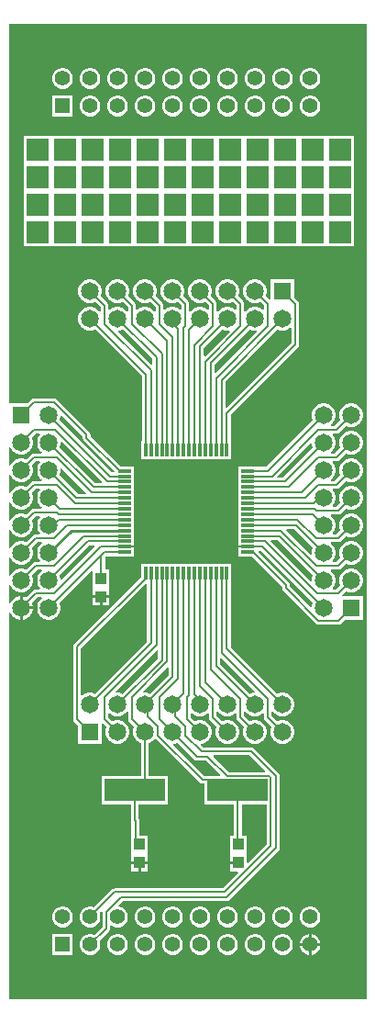
<source format=gbr>
%TF.GenerationSoftware,Altium Limited,Altium Designer,23.4.1 (23)*%
G04 Layer_Physical_Order=1*
G04 Layer_Color=255*
%FSLAX45Y45*%
%MOMM*%
%TF.SameCoordinates,FC7CEE8C-9C91-443A-B6C4-03D5C87B0654*%
%TF.FilePolarity,Positive*%
%TF.FileFunction,Copper,L1,Top,Signal*%
%TF.Part,Single*%
G01*
G75*
%TA.AperFunction,SMDPad,CuDef*%
%ADD10R,1.20000X0.30000*%
%ADD11R,0.30000X1.20000*%
%ADD12R,1.00000X1.10000*%
%ADD13R,5.60000X2.10000*%
%TA.AperFunction,Conductor*%
%ADD14C,0.20000*%
%ADD15C,0.25400*%
%TA.AperFunction,ComponentPad*%
%ADD16C,1.65000*%
%ADD17R,1.65000X1.65000*%
%ADD18R,1.65000X1.65000*%
%TA.AperFunction,ViaPad*%
%ADD19R,2.00000X2.00000*%
%TA.AperFunction,ComponentPad*%
%ADD20R,1.39000X1.39000*%
%ADD21C,1.39000*%
G36*
X298480Y5205073D02*
X294659Y5201252D01*
X280453Y5176648D01*
X273100Y5149205D01*
Y5120795D01*
X280453Y5093352D01*
X294659Y5068748D01*
X314748Y5048658D01*
X317169Y5047261D01*
X313882Y5034993D01*
X244900D01*
X231088Y5032246D01*
X219378Y5024422D01*
X173628Y4978672D01*
X168648Y4981547D01*
X141205Y4988900D01*
X112795D01*
X85352Y4981547D01*
X60748Y4967341D01*
X40659Y4947252D01*
X26453Y4922648D01*
X25400Y4918718D01*
X12700Y4920390D01*
Y5095610D01*
X25400Y5097282D01*
X26453Y5093352D01*
X40659Y5068748D01*
X60748Y5048658D01*
X85352Y5034453D01*
X112795Y5027100D01*
X141205D01*
X168648Y5034453D01*
X193252Y5048658D01*
X213341Y5068748D01*
X227547Y5093352D01*
X234900Y5120795D01*
Y5149205D01*
X227547Y5176648D01*
X224672Y5181628D01*
X259850Y5216806D01*
X293619D01*
X298480Y5205073D01*
D02*
G37*
G36*
X693824Y5191867D02*
Y5180082D01*
X696572Y5166270D01*
X704396Y5154560D01*
X985163Y4873793D01*
X979902Y4861093D01*
X959950D01*
X478672Y5342372D01*
X481547Y5347352D01*
X488900Y5374795D01*
Y5380198D01*
X500633Y5385058D01*
X693824Y5191867D01*
D02*
G37*
G36*
X298480Y4951073D02*
X294659Y4947252D01*
X280453Y4922648D01*
X273100Y4895205D01*
Y4866795D01*
X280453Y4839352D01*
X294659Y4814748D01*
X314748Y4794658D01*
X317169Y4793261D01*
X313882Y4780993D01*
X244900D01*
X231088Y4778246D01*
X219378Y4770422D01*
X173628Y4724672D01*
X168648Y4727547D01*
X141205Y4734900D01*
X112795D01*
X85352Y4727547D01*
X60748Y4713341D01*
X40659Y4693252D01*
X26453Y4668648D01*
X25400Y4664718D01*
X12700Y4666390D01*
Y4841610D01*
X25400Y4843282D01*
X26453Y4839352D01*
X40659Y4814748D01*
X60748Y4794658D01*
X85352Y4780453D01*
X112795Y4773100D01*
X141205D01*
X168648Y4780453D01*
X193252Y4794658D01*
X213341Y4814748D01*
X227547Y4839352D01*
X234900Y4866795D01*
Y4895205D01*
X227547Y4922648D01*
X224672Y4927628D01*
X259850Y4962806D01*
X293619D01*
X298480Y4951073D01*
D02*
G37*
G36*
X871162Y4772827D02*
X866301Y4761093D01*
X805950D01*
X478672Y5088372D01*
X481547Y5093352D01*
X488900Y5120795D01*
Y5137128D01*
X501600Y5142388D01*
X871162Y4772827D01*
D02*
G37*
G36*
X727924Y4672827D02*
X723064Y4661093D01*
X651950D01*
X478672Y4834372D01*
X481547Y4839352D01*
X488900Y4866795D01*
Y4893890D01*
X494493Y4898434D01*
X499453Y4901298D01*
X727924Y4672827D01*
D02*
G37*
G36*
X298480Y4697073D02*
X294659Y4693252D01*
X280453Y4668648D01*
X273100Y4641205D01*
Y4612795D01*
X280453Y4585352D01*
X294659Y4560748D01*
X314748Y4540658D01*
X317169Y4539261D01*
X313882Y4526993D01*
X244900D01*
X231088Y4524246D01*
X219378Y4516422D01*
X173628Y4470672D01*
X168648Y4473547D01*
X141205Y4480900D01*
X112795D01*
X85352Y4473547D01*
X60748Y4459341D01*
X40659Y4439252D01*
X26453Y4414648D01*
X25400Y4410718D01*
X12700Y4412390D01*
Y4587610D01*
X25400Y4589282D01*
X26453Y4585352D01*
X40659Y4560748D01*
X60748Y4540658D01*
X85352Y4526453D01*
X112795Y4519100D01*
X141205D01*
X168648Y4526453D01*
X193252Y4540658D01*
X213341Y4560748D01*
X227547Y4585352D01*
X234900Y4612795D01*
Y4641205D01*
X227547Y4668648D01*
X224672Y4673628D01*
X259850Y4708806D01*
X293619D01*
X298480Y4697073D01*
D02*
G37*
G36*
Y4443073D02*
X294659Y4439252D01*
X280453Y4414648D01*
X273100Y4387205D01*
Y4358795D01*
X280453Y4331352D01*
X294659Y4306748D01*
X298480Y4302927D01*
X293619Y4291193D01*
X263100D01*
X249288Y4288446D01*
X237578Y4280622D01*
X173628Y4216672D01*
X168648Y4219547D01*
X141205Y4226900D01*
X112795D01*
X85352Y4219547D01*
X60748Y4205341D01*
X40659Y4185252D01*
X26453Y4160648D01*
X25400Y4156718D01*
X12700Y4158390D01*
Y4333610D01*
X25400Y4335282D01*
X26453Y4331352D01*
X40659Y4306748D01*
X60748Y4286658D01*
X85352Y4272453D01*
X112795Y4265100D01*
X141205D01*
X168648Y4272453D01*
X193252Y4286658D01*
X213341Y4306748D01*
X227547Y4331352D01*
X234900Y4358795D01*
Y4387205D01*
X227547Y4414648D01*
X224672Y4419628D01*
X259850Y4454806D01*
X293619D01*
X298480Y4443073D01*
D02*
G37*
G36*
X3314700Y0D02*
X12700D01*
Y3571610D01*
X25400Y3573282D01*
X26453Y3569352D01*
X40659Y3544748D01*
X60748Y3524658D01*
X85352Y3510453D01*
X112795Y3503100D01*
X114300D01*
Y3611000D01*
Y3718900D01*
X112795D01*
X85352Y3711547D01*
X60748Y3697341D01*
X40659Y3677252D01*
X26453Y3652648D01*
X25400Y3648718D01*
X12700Y3650390D01*
Y3825610D01*
X25400Y3827282D01*
X26453Y3823352D01*
X40659Y3798748D01*
X60748Y3778658D01*
X85352Y3764453D01*
X112795Y3757100D01*
X141205D01*
X168648Y3764453D01*
X193252Y3778658D01*
X213341Y3798748D01*
X227547Y3823352D01*
X234900Y3850795D01*
Y3879205D01*
X227547Y3906648D01*
X224672Y3911628D01*
X278050Y3965007D01*
X313882D01*
X317169Y3952739D01*
X314748Y3951341D01*
X294659Y3931252D01*
X280453Y3906648D01*
X273100Y3879205D01*
Y3850795D01*
X280453Y3823352D01*
X294659Y3798748D01*
X298480Y3794927D01*
X293619Y3783193D01*
X263100D01*
X249288Y3780446D01*
X237578Y3772622D01*
X173628Y3708672D01*
X168648Y3711547D01*
X141205Y3718900D01*
X139700D01*
Y3623700D01*
X234900D01*
Y3625205D01*
X227547Y3652648D01*
X224672Y3657628D01*
X278050Y3711007D01*
X313882D01*
X317169Y3698739D01*
X314748Y3697341D01*
X294659Y3677252D01*
X280453Y3652648D01*
X273100Y3625205D01*
Y3596795D01*
X280453Y3569352D01*
X294659Y3544748D01*
X314748Y3524658D01*
X339352Y3510453D01*
X366795Y3503100D01*
X395205D01*
X422648Y3510453D01*
X447252Y3524658D01*
X467341Y3544748D01*
X481547Y3569352D01*
X488900Y3596795D01*
Y3625205D01*
X481547Y3652648D01*
X478672Y3657628D01*
X775500Y3954456D01*
X788200Y3949196D01*
Y3805400D01*
X788200Y3801900D01*
Y3792700D01*
X788200Y3789200D01*
Y3725000D01*
X863600D01*
X939000D01*
Y3789200D01*
X939000Y3792700D01*
Y3801900D01*
X939000Y3805400D01*
Y3962700D01*
X899693D01*
Y4076700D01*
X899370Y4078326D01*
X909950Y4088906D01*
X994600D01*
Y4084600D01*
X1165400D01*
Y4134600D01*
Y4165405D01*
X1080000D01*
Y4184595D01*
X1165400D01*
Y4234600D01*
Y4334600D01*
Y4434600D01*
Y4534600D01*
Y4634600D01*
Y4734600D01*
Y4834600D01*
Y4915400D01*
X1045644D01*
X766011Y5195033D01*
Y5206818D01*
X763264Y5220630D01*
X755440Y5232340D01*
X455357Y5532422D01*
X443648Y5540246D01*
X429836Y5542993D01*
X244900D01*
X231088Y5540246D01*
X219378Y5532422D01*
X183856Y5496900D01*
X25400D01*
X19100Y5496900D01*
X12700Y5506949D01*
Y8991600D01*
X3314700D01*
Y0D01*
D02*
G37*
G36*
X317169Y4206739D02*
X314748Y4205341D01*
X294659Y4185252D01*
X280453Y4160648D01*
X273100Y4133205D01*
Y4104795D01*
X280453Y4077352D01*
X294659Y4052748D01*
X298480Y4048927D01*
X293619Y4037193D01*
X263100D01*
X249288Y4034446D01*
X237578Y4026622D01*
X173628Y3962672D01*
X168648Y3965547D01*
X141205Y3972900D01*
X112795D01*
X85352Y3965547D01*
X60748Y3951341D01*
X40659Y3931252D01*
X26453Y3906648D01*
X25400Y3902718D01*
X12700Y3904390D01*
Y4079610D01*
X25400Y4081282D01*
X26453Y4077352D01*
X40659Y4052748D01*
X60748Y4032658D01*
X85352Y4018453D01*
X112795Y4011100D01*
X141205D01*
X168648Y4018453D01*
X193252Y4032658D01*
X213341Y4052748D01*
X227547Y4077352D01*
X234900Y4104795D01*
Y4133205D01*
X227547Y4160648D01*
X224672Y4165628D01*
X278050Y4219007D01*
X313882D01*
X317169Y4206739D01*
D02*
G37*
G36*
X808865Y4177173D02*
X500633Y3868941D01*
X488900Y3873802D01*
Y3879205D01*
X481547Y3906648D01*
X478672Y3911628D01*
X755950Y4188907D01*
X804005D01*
X808865Y4177173D01*
D02*
G37*
%LPC*%
G36*
X2806494Y8586900D02*
X2781506D01*
X2757370Y8580433D01*
X2735730Y8567939D01*
X2718061Y8550270D01*
X2705567Y8528630D01*
X2699100Y8504494D01*
Y8479506D01*
X2705567Y8455370D01*
X2718061Y8433730D01*
X2735730Y8416061D01*
X2757370Y8403567D01*
X2781506Y8397100D01*
X2806494D01*
X2830630Y8403567D01*
X2852270Y8416061D01*
X2869939Y8433730D01*
X2882433Y8455370D01*
X2888900Y8479506D01*
Y8504494D01*
X2882433Y8528630D01*
X2869939Y8550270D01*
X2852270Y8567939D01*
X2830630Y8580433D01*
X2806494Y8586900D01*
D02*
G37*
G36*
X2552494D02*
X2527506D01*
X2503370Y8580433D01*
X2481730Y8567939D01*
X2464061Y8550270D01*
X2451567Y8528630D01*
X2445100Y8504494D01*
Y8479506D01*
X2451567Y8455370D01*
X2464061Y8433730D01*
X2481730Y8416061D01*
X2503370Y8403567D01*
X2527506Y8397100D01*
X2552494D01*
X2576630Y8403567D01*
X2598270Y8416061D01*
X2615939Y8433730D01*
X2628433Y8455370D01*
X2634900Y8479506D01*
Y8504494D01*
X2628433Y8528630D01*
X2615939Y8550270D01*
X2598270Y8567939D01*
X2576630Y8580433D01*
X2552494Y8586900D01*
D02*
G37*
G36*
X2298494D02*
X2273506D01*
X2249370Y8580433D01*
X2227730Y8567939D01*
X2210061Y8550270D01*
X2197567Y8528630D01*
X2191100Y8504494D01*
Y8479506D01*
X2197567Y8455370D01*
X2210061Y8433730D01*
X2227730Y8416061D01*
X2249370Y8403567D01*
X2273506Y8397100D01*
X2298494D01*
X2322630Y8403567D01*
X2344270Y8416061D01*
X2361939Y8433730D01*
X2374433Y8455370D01*
X2380900Y8479506D01*
Y8504494D01*
X2374433Y8528630D01*
X2361939Y8550270D01*
X2344270Y8567939D01*
X2322630Y8580433D01*
X2298494Y8586900D01*
D02*
G37*
G36*
X2044494D02*
X2019506D01*
X1995370Y8580433D01*
X1973730Y8567939D01*
X1956061Y8550270D01*
X1943567Y8528630D01*
X1937100Y8504494D01*
Y8479506D01*
X1943567Y8455370D01*
X1956061Y8433730D01*
X1973730Y8416061D01*
X1995370Y8403567D01*
X2019506Y8397100D01*
X2044494D01*
X2068630Y8403567D01*
X2090270Y8416061D01*
X2107939Y8433730D01*
X2120433Y8455370D01*
X2126900Y8479506D01*
Y8504494D01*
X2120433Y8528630D01*
X2107939Y8550270D01*
X2090270Y8567939D01*
X2068630Y8580433D01*
X2044494Y8586900D01*
D02*
G37*
G36*
X1790494D02*
X1765506D01*
X1741370Y8580433D01*
X1719730Y8567939D01*
X1702061Y8550270D01*
X1689567Y8528630D01*
X1683100Y8504494D01*
Y8479506D01*
X1689567Y8455370D01*
X1702061Y8433730D01*
X1719730Y8416061D01*
X1741370Y8403567D01*
X1765506Y8397100D01*
X1790494D01*
X1814630Y8403567D01*
X1836270Y8416061D01*
X1853939Y8433730D01*
X1866433Y8455370D01*
X1872900Y8479506D01*
Y8504494D01*
X1866433Y8528630D01*
X1853939Y8550270D01*
X1836270Y8567939D01*
X1814630Y8580433D01*
X1790494Y8586900D01*
D02*
G37*
G36*
X1536494D02*
X1511506D01*
X1487370Y8580433D01*
X1465730Y8567939D01*
X1448061Y8550270D01*
X1435567Y8528630D01*
X1429100Y8504494D01*
Y8479506D01*
X1435567Y8455370D01*
X1448061Y8433730D01*
X1465730Y8416061D01*
X1487370Y8403567D01*
X1511506Y8397100D01*
X1536494D01*
X1560630Y8403567D01*
X1582270Y8416061D01*
X1599939Y8433730D01*
X1612433Y8455370D01*
X1618900Y8479506D01*
Y8504494D01*
X1612433Y8528630D01*
X1599939Y8550270D01*
X1582270Y8567939D01*
X1560630Y8580433D01*
X1536494Y8586900D01*
D02*
G37*
G36*
X1282494D02*
X1257506D01*
X1233370Y8580433D01*
X1211730Y8567939D01*
X1194061Y8550270D01*
X1181567Y8528630D01*
X1175100Y8504494D01*
Y8479506D01*
X1181567Y8455370D01*
X1194061Y8433730D01*
X1211730Y8416061D01*
X1233370Y8403567D01*
X1257506Y8397100D01*
X1282494D01*
X1306630Y8403567D01*
X1328270Y8416061D01*
X1345939Y8433730D01*
X1358433Y8455370D01*
X1364900Y8479506D01*
Y8504494D01*
X1358433Y8528630D01*
X1345939Y8550270D01*
X1328270Y8567939D01*
X1306630Y8580433D01*
X1282494Y8586900D01*
D02*
G37*
G36*
X1028494D02*
X1003506D01*
X979370Y8580433D01*
X957730Y8567939D01*
X940061Y8550270D01*
X927567Y8528630D01*
X921100Y8504494D01*
Y8479506D01*
X927567Y8455370D01*
X940061Y8433730D01*
X957730Y8416061D01*
X979370Y8403567D01*
X1003506Y8397100D01*
X1028494D01*
X1052630Y8403567D01*
X1074270Y8416061D01*
X1091939Y8433730D01*
X1104433Y8455370D01*
X1110900Y8479506D01*
Y8504494D01*
X1104433Y8528630D01*
X1091939Y8550270D01*
X1074270Y8567939D01*
X1052630Y8580433D01*
X1028494Y8586900D01*
D02*
G37*
G36*
X774494D02*
X749506D01*
X725370Y8580433D01*
X703730Y8567939D01*
X686061Y8550270D01*
X673567Y8528630D01*
X667100Y8504494D01*
Y8479506D01*
X673567Y8455370D01*
X686061Y8433730D01*
X703730Y8416061D01*
X725370Y8403567D01*
X749506Y8397100D01*
X774494D01*
X798630Y8403567D01*
X820270Y8416061D01*
X837939Y8433730D01*
X850433Y8455370D01*
X856900Y8479506D01*
Y8504494D01*
X850433Y8528630D01*
X837939Y8550270D01*
X820270Y8567939D01*
X798630Y8580433D01*
X774494Y8586900D01*
D02*
G37*
G36*
X520494D02*
X495506D01*
X471370Y8580433D01*
X449730Y8567939D01*
X432061Y8550270D01*
X419567Y8528630D01*
X413100Y8504494D01*
Y8479506D01*
X419567Y8455370D01*
X432061Y8433730D01*
X449730Y8416061D01*
X471370Y8403567D01*
X495506Y8397100D01*
X520494D01*
X544630Y8403567D01*
X566270Y8416061D01*
X583939Y8433730D01*
X596433Y8455370D01*
X602900Y8479506D01*
Y8504494D01*
X596433Y8528630D01*
X583939Y8550270D01*
X566270Y8567939D01*
X544630Y8580433D01*
X520494Y8586900D01*
D02*
G37*
G36*
X2806494Y8332900D02*
X2781506D01*
X2757370Y8326433D01*
X2735730Y8313939D01*
X2718061Y8296270D01*
X2705567Y8274630D01*
X2699100Y8250494D01*
Y8225506D01*
X2705567Y8201370D01*
X2718061Y8179730D01*
X2735730Y8162061D01*
X2757370Y8149567D01*
X2781506Y8143100D01*
X2806494D01*
X2830630Y8149567D01*
X2852270Y8162061D01*
X2869939Y8179730D01*
X2882433Y8201370D01*
X2888900Y8225506D01*
Y8250494D01*
X2882433Y8274630D01*
X2869939Y8296270D01*
X2852270Y8313939D01*
X2830630Y8326433D01*
X2806494Y8332900D01*
D02*
G37*
G36*
X2552494D02*
X2527506D01*
X2503370Y8326433D01*
X2481730Y8313939D01*
X2464061Y8296270D01*
X2451567Y8274630D01*
X2445100Y8250494D01*
Y8225506D01*
X2451567Y8201370D01*
X2464061Y8179730D01*
X2481730Y8162061D01*
X2503370Y8149567D01*
X2527506Y8143100D01*
X2552494D01*
X2576630Y8149567D01*
X2598270Y8162061D01*
X2615939Y8179730D01*
X2628433Y8201370D01*
X2634900Y8225506D01*
Y8250494D01*
X2628433Y8274630D01*
X2615939Y8296270D01*
X2598270Y8313939D01*
X2576630Y8326433D01*
X2552494Y8332900D01*
D02*
G37*
G36*
X2298494D02*
X2273506D01*
X2249370Y8326433D01*
X2227730Y8313939D01*
X2210061Y8296270D01*
X2197567Y8274630D01*
X2191100Y8250494D01*
Y8225506D01*
X2197567Y8201370D01*
X2210061Y8179730D01*
X2227730Y8162061D01*
X2249370Y8149567D01*
X2273506Y8143100D01*
X2298494D01*
X2322630Y8149567D01*
X2344270Y8162061D01*
X2361939Y8179730D01*
X2374433Y8201370D01*
X2380900Y8225506D01*
Y8250494D01*
X2374433Y8274630D01*
X2361939Y8296270D01*
X2344270Y8313939D01*
X2322630Y8326433D01*
X2298494Y8332900D01*
D02*
G37*
G36*
X2044494D02*
X2019506D01*
X1995370Y8326433D01*
X1973730Y8313939D01*
X1956061Y8296270D01*
X1943567Y8274630D01*
X1937100Y8250494D01*
Y8225506D01*
X1943567Y8201370D01*
X1956061Y8179730D01*
X1973730Y8162061D01*
X1995370Y8149567D01*
X2019506Y8143100D01*
X2044494D01*
X2068630Y8149567D01*
X2090270Y8162061D01*
X2107939Y8179730D01*
X2120433Y8201370D01*
X2126900Y8225506D01*
Y8250494D01*
X2120433Y8274630D01*
X2107939Y8296270D01*
X2090270Y8313939D01*
X2068630Y8326433D01*
X2044494Y8332900D01*
D02*
G37*
G36*
X1790494D02*
X1765506D01*
X1741370Y8326433D01*
X1719730Y8313939D01*
X1702061Y8296270D01*
X1689567Y8274630D01*
X1683100Y8250494D01*
Y8225506D01*
X1689567Y8201370D01*
X1702061Y8179730D01*
X1719730Y8162061D01*
X1741370Y8149567D01*
X1765506Y8143100D01*
X1790494D01*
X1814630Y8149567D01*
X1836270Y8162061D01*
X1853939Y8179730D01*
X1866433Y8201370D01*
X1872900Y8225506D01*
Y8250494D01*
X1866433Y8274630D01*
X1853939Y8296270D01*
X1836270Y8313939D01*
X1814630Y8326433D01*
X1790494Y8332900D01*
D02*
G37*
G36*
X1536494D02*
X1511506D01*
X1487370Y8326433D01*
X1465730Y8313939D01*
X1448061Y8296270D01*
X1435567Y8274630D01*
X1429100Y8250494D01*
Y8225506D01*
X1435567Y8201370D01*
X1448061Y8179730D01*
X1465730Y8162061D01*
X1487370Y8149567D01*
X1511506Y8143100D01*
X1536494D01*
X1560630Y8149567D01*
X1582270Y8162061D01*
X1599939Y8179730D01*
X1612433Y8201370D01*
X1618900Y8225506D01*
Y8250494D01*
X1612433Y8274630D01*
X1599939Y8296270D01*
X1582270Y8313939D01*
X1560630Y8326433D01*
X1536494Y8332900D01*
D02*
G37*
G36*
X1282494D02*
X1257506D01*
X1233370Y8326433D01*
X1211730Y8313939D01*
X1194061Y8296270D01*
X1181567Y8274630D01*
X1175100Y8250494D01*
Y8225506D01*
X1181567Y8201370D01*
X1194061Y8179730D01*
X1211730Y8162061D01*
X1233370Y8149567D01*
X1257506Y8143100D01*
X1282494D01*
X1306630Y8149567D01*
X1328270Y8162061D01*
X1345939Y8179730D01*
X1358433Y8201370D01*
X1364900Y8225506D01*
Y8250494D01*
X1358433Y8274630D01*
X1345939Y8296270D01*
X1328270Y8313939D01*
X1306630Y8326433D01*
X1282494Y8332900D01*
D02*
G37*
G36*
X1028494D02*
X1003506D01*
X979370Y8326433D01*
X957730Y8313939D01*
X940061Y8296270D01*
X927567Y8274630D01*
X921100Y8250494D01*
Y8225506D01*
X927567Y8201370D01*
X940061Y8179730D01*
X957730Y8162061D01*
X979370Y8149567D01*
X1003506Y8143100D01*
X1028494D01*
X1052630Y8149567D01*
X1074270Y8162061D01*
X1091939Y8179730D01*
X1104433Y8201370D01*
X1110900Y8225506D01*
Y8250494D01*
X1104433Y8274630D01*
X1091939Y8296270D01*
X1074270Y8313939D01*
X1052630Y8326433D01*
X1028494Y8332900D01*
D02*
G37*
G36*
X774494D02*
X749506D01*
X725370Y8326433D01*
X703730Y8313939D01*
X686061Y8296270D01*
X673567Y8274630D01*
X667100Y8250494D01*
Y8225506D01*
X673567Y8201370D01*
X686061Y8179730D01*
X703730Y8162061D01*
X725370Y8149567D01*
X749506Y8143100D01*
X774494D01*
X798630Y8149567D01*
X820270Y8162061D01*
X837939Y8179730D01*
X850433Y8201370D01*
X856900Y8225506D01*
Y8250494D01*
X850433Y8274630D01*
X837939Y8296270D01*
X820270Y8313939D01*
X798630Y8326433D01*
X774494Y8332900D01*
D02*
G37*
G36*
X602900D02*
X413100D01*
Y8143100D01*
X602900D01*
Y8332900D01*
D02*
G37*
G36*
X2948000Y7961300D02*
X2935300Y7961300D01*
X2703500D01*
X2694000Y7961300D01*
X2681300Y7961300D01*
X2449500D01*
X2440000Y7961300D01*
X2427300Y7961300D01*
X2195500D01*
X2186000Y7961300D01*
X2173300Y7961300D01*
X1941500D01*
X1932000Y7961300D01*
X1919300Y7961300D01*
X1687500D01*
X1678000Y7961300D01*
X1665300Y7961300D01*
X1433500D01*
X1424000Y7961300D01*
X1411300Y7961300D01*
X1179500D01*
X1170000Y7961300D01*
X1157300Y7961300D01*
X925500D01*
X916000Y7961300D01*
X903300Y7961300D01*
X671500D01*
X662000Y7961300D01*
X649300Y7961300D01*
X417500D01*
X408000Y7961300D01*
X395300Y7961300D01*
X154000D01*
Y7720000D01*
X154000Y7710500D01*
X154000Y7697800D01*
Y7466000D01*
X154000Y7456500D01*
X154000Y7443800D01*
Y7212000D01*
X154000Y7202500D01*
X154000Y7189800D01*
Y6948500D01*
X395300D01*
X404800Y6948500D01*
X417500Y6948500D01*
X649300D01*
X658800Y6948500D01*
X671500Y6948500D01*
X903300D01*
X912800Y6948500D01*
X925500Y6948500D01*
X1157300D01*
X1166800Y6948500D01*
X1179500Y6948500D01*
X1411300D01*
X1420800Y6948500D01*
X1433500Y6948500D01*
X1665300D01*
X1674800Y6948500D01*
X1687500Y6948500D01*
X1919300D01*
X1928800Y6948500D01*
X1941500Y6948500D01*
X2173300D01*
X2182800Y6948500D01*
X2195500Y6948500D01*
X2427300D01*
X2436800Y6948500D01*
X2449500Y6948500D01*
X2681300D01*
X2690800Y6948500D01*
X2703500Y6948500D01*
X2935300D01*
X2944800Y6948500D01*
X2957500Y6948500D01*
X3198800D01*
Y7189800D01*
X3198800Y7199300D01*
X3198800Y7212000D01*
Y7443800D01*
X3198800Y7453300D01*
X3198800Y7466000D01*
Y7697800D01*
X3198800Y7707300D01*
X3198800Y7720000D01*
Y7961300D01*
X2957500D01*
X2948000Y7961300D01*
D02*
G37*
G36*
X2646900Y6639900D02*
X2431100D01*
Y6454904D01*
X2418400Y6449644D01*
X2382672Y6485372D01*
X2385547Y6490352D01*
X2392900Y6517795D01*
Y6546205D01*
X2385547Y6573648D01*
X2371341Y6598252D01*
X2351252Y6618341D01*
X2326648Y6632547D01*
X2299205Y6639900D01*
X2270795D01*
X2243352Y6632547D01*
X2218748Y6618341D01*
X2198659Y6598252D01*
X2184453Y6573648D01*
X2177100Y6546205D01*
Y6517795D01*
X2184453Y6490352D01*
X2198659Y6465748D01*
X2218748Y6445658D01*
X2243352Y6431453D01*
X2270795Y6424100D01*
X2299205D01*
X2326648Y6431453D01*
X2331628Y6434328D01*
X2366807Y6399150D01*
Y6365380D01*
X2355073Y6360520D01*
X2351252Y6364341D01*
X2326648Y6378547D01*
X2299205Y6385900D01*
X2270795D01*
X2243352Y6378547D01*
X2218748Y6364341D01*
X2198659Y6344252D01*
X2197261Y6341831D01*
X2184993Y6345118D01*
Y6414100D01*
X2182246Y6427912D01*
X2174422Y6439622D01*
X2128672Y6485372D01*
X2131547Y6490352D01*
X2138900Y6517795D01*
Y6546205D01*
X2131547Y6573648D01*
X2117341Y6598252D01*
X2097252Y6618341D01*
X2072648Y6632547D01*
X2045205Y6639900D01*
X2016795D01*
X1989352Y6632547D01*
X1964748Y6618341D01*
X1944659Y6598252D01*
X1930453Y6573648D01*
X1923100Y6546205D01*
Y6517795D01*
X1930453Y6490352D01*
X1944659Y6465748D01*
X1964748Y6445658D01*
X1989352Y6431453D01*
X2016795Y6424100D01*
X2045205D01*
X2072648Y6431453D01*
X2077628Y6434328D01*
X2112807Y6399150D01*
Y6365380D01*
X2101073Y6360520D01*
X2097252Y6364341D01*
X2072648Y6378547D01*
X2045205Y6385900D01*
X2016795D01*
X1989352Y6378547D01*
X1964748Y6364341D01*
X1944659Y6344252D01*
X1943261Y6341831D01*
X1930993Y6345118D01*
Y6414100D01*
X1928246Y6427912D01*
X1920422Y6439622D01*
X1874672Y6485372D01*
X1877547Y6490352D01*
X1884900Y6517795D01*
Y6546205D01*
X1877547Y6573648D01*
X1863341Y6598252D01*
X1843252Y6618341D01*
X1818648Y6632547D01*
X1791205Y6639900D01*
X1762795D01*
X1735352Y6632547D01*
X1710748Y6618341D01*
X1690659Y6598252D01*
X1676453Y6573648D01*
X1669100Y6546205D01*
Y6517795D01*
X1676453Y6490352D01*
X1690659Y6465748D01*
X1710748Y6445658D01*
X1735352Y6431453D01*
X1762795Y6424100D01*
X1791205D01*
X1818648Y6431453D01*
X1823628Y6434328D01*
X1858807Y6399150D01*
Y6365380D01*
X1847073Y6360520D01*
X1843252Y6364341D01*
X1818648Y6378547D01*
X1791205Y6385900D01*
X1762795D01*
X1735352Y6378547D01*
X1710748Y6364341D01*
X1690659Y6344252D01*
X1689261Y6341831D01*
X1676993Y6345118D01*
Y6414100D01*
X1674246Y6427912D01*
X1666422Y6439622D01*
X1620672Y6485372D01*
X1623547Y6490352D01*
X1630900Y6517795D01*
Y6546205D01*
X1623547Y6573648D01*
X1609341Y6598252D01*
X1589252Y6618341D01*
X1564648Y6632547D01*
X1537205Y6639900D01*
X1508795D01*
X1481352Y6632547D01*
X1456748Y6618341D01*
X1436659Y6598252D01*
X1422453Y6573648D01*
X1415100Y6546205D01*
Y6517795D01*
X1422453Y6490352D01*
X1436659Y6465748D01*
X1456748Y6445658D01*
X1481352Y6431453D01*
X1508795Y6424100D01*
X1537205D01*
X1564648Y6431453D01*
X1569628Y6434328D01*
X1604807Y6399150D01*
Y6365380D01*
X1593073Y6360520D01*
X1589252Y6364341D01*
X1564648Y6378547D01*
X1537205Y6385900D01*
X1508795D01*
X1481352Y6378547D01*
X1456748Y6364341D01*
X1452927Y6360520D01*
X1441193Y6365380D01*
Y6395900D01*
X1438446Y6409712D01*
X1430622Y6421422D01*
X1366672Y6485372D01*
X1369547Y6490352D01*
X1376900Y6517795D01*
Y6546205D01*
X1369547Y6573648D01*
X1355341Y6598252D01*
X1335252Y6618341D01*
X1310648Y6632547D01*
X1283205Y6639900D01*
X1254795D01*
X1227352Y6632547D01*
X1202748Y6618341D01*
X1182659Y6598252D01*
X1168453Y6573648D01*
X1161100Y6546205D01*
Y6517795D01*
X1168453Y6490352D01*
X1182659Y6465748D01*
X1202748Y6445658D01*
X1227352Y6431453D01*
X1254795Y6424100D01*
X1283205D01*
X1310648Y6431453D01*
X1315628Y6434328D01*
X1369007Y6380949D01*
Y6345118D01*
X1356739Y6341831D01*
X1355341Y6344252D01*
X1335252Y6364341D01*
X1310648Y6378547D01*
X1283205Y6385900D01*
X1254795D01*
X1227352Y6378547D01*
X1202748Y6364341D01*
X1198927Y6360520D01*
X1187193Y6365380D01*
Y6395900D01*
X1184446Y6409712D01*
X1176622Y6421422D01*
X1112672Y6485372D01*
X1115547Y6490352D01*
X1122900Y6517795D01*
Y6546205D01*
X1115547Y6573648D01*
X1101341Y6598252D01*
X1081252Y6618341D01*
X1056648Y6632547D01*
X1029205Y6639900D01*
X1000795D01*
X973352Y6632547D01*
X948748Y6618341D01*
X928659Y6598252D01*
X914453Y6573648D01*
X907100Y6546205D01*
Y6517795D01*
X914453Y6490352D01*
X928659Y6465748D01*
X948748Y6445658D01*
X973352Y6431453D01*
X1000795Y6424100D01*
X1029205D01*
X1056648Y6431453D01*
X1061628Y6434328D01*
X1115007Y6380949D01*
Y6345118D01*
X1102739Y6341831D01*
X1101341Y6344252D01*
X1081252Y6364341D01*
X1056648Y6378547D01*
X1029205Y6385900D01*
X1000795D01*
X973352Y6378547D01*
X948748Y6364341D01*
X944927Y6360520D01*
X933193Y6365380D01*
Y6395900D01*
X930446Y6409712D01*
X922622Y6421422D01*
X858672Y6485372D01*
X861547Y6490352D01*
X868900Y6517795D01*
Y6546205D01*
X861547Y6573648D01*
X847341Y6598252D01*
X827252Y6618341D01*
X802648Y6632547D01*
X775205Y6639900D01*
X746795D01*
X719352Y6632547D01*
X694748Y6618341D01*
X674659Y6598252D01*
X660453Y6573648D01*
X653100Y6546205D01*
Y6517795D01*
X660453Y6490352D01*
X674659Y6465748D01*
X694748Y6445658D01*
X719352Y6431453D01*
X746795Y6424100D01*
X775205D01*
X802648Y6431453D01*
X807628Y6434328D01*
X861007Y6380949D01*
Y6345118D01*
X848739Y6341831D01*
X847341Y6344252D01*
X827252Y6364341D01*
X802648Y6378547D01*
X775205Y6385900D01*
X746795D01*
X719352Y6378547D01*
X694748Y6364341D01*
X674659Y6344252D01*
X660453Y6319648D01*
X653100Y6292205D01*
Y6263795D01*
X660453Y6236352D01*
X674659Y6211748D01*
X694748Y6191658D01*
X719352Y6177453D01*
X746795Y6170100D01*
X775205D01*
X802648Y6177453D01*
X807628Y6180328D01*
X1238907Y5749049D01*
Y5155400D01*
X1234600D01*
Y4984600D01*
X2065400D01*
Y5155400D01*
X2061093D01*
Y5392517D01*
X2682422Y6013846D01*
X2690246Y6025555D01*
X2692993Y6039368D01*
Y6414100D01*
X2690246Y6427912D01*
X2682422Y6439622D01*
X2646900Y6475144D01*
Y6639900D01*
D02*
G37*
G36*
X3187205Y5496900D02*
X3158795D01*
X3131352Y5489547D01*
X3106748Y5475341D01*
X3086659Y5455252D01*
X3072453Y5430648D01*
X3065100Y5403205D01*
Y5374795D01*
X3072453Y5347352D01*
X3075328Y5342372D01*
X3021950Y5288993D01*
X2986118D01*
X2982831Y5301261D01*
X2985252Y5302658D01*
X3005341Y5322748D01*
X3019547Y5347352D01*
X3026900Y5374795D01*
Y5403205D01*
X3019547Y5430648D01*
X3005341Y5455252D01*
X2985252Y5475341D01*
X2960648Y5489547D01*
X2933205Y5496900D01*
X2904795D01*
X2877352Y5489547D01*
X2852748Y5475341D01*
X2832659Y5455252D01*
X2818453Y5430648D01*
X2811100Y5403205D01*
Y5374795D01*
X2818453Y5347352D01*
X2821328Y5342372D01*
X2390050Y4911093D01*
X2305400D01*
Y4915400D01*
X2134600D01*
Y4834600D01*
Y4784600D01*
Y4684600D01*
Y4584600D01*
Y4484600D01*
Y4384600D01*
Y4284600D01*
Y4184600D01*
Y4184595D01*
X2220000D01*
Y4165405D01*
X2134600D01*
Y4084600D01*
X2254356D01*
X2533989Y3804967D01*
Y3793182D01*
X2536736Y3779370D01*
X2544560Y3767660D01*
X2844643Y3467578D01*
X2856352Y3459754D01*
X2870164Y3457007D01*
X3055100D01*
X3068912Y3459754D01*
X3080622Y3467578D01*
X3116144Y3503100D01*
X3280900D01*
Y3718900D01*
X3095904D01*
X3090644Y3731600D01*
X3126372Y3767328D01*
X3131352Y3764453D01*
X3158795Y3757100D01*
X3187205D01*
X3214648Y3764453D01*
X3239252Y3778658D01*
X3259341Y3798748D01*
X3273547Y3823352D01*
X3280900Y3850795D01*
Y3879205D01*
X3273547Y3906648D01*
X3259341Y3931252D01*
X3239252Y3951341D01*
X3214648Y3965547D01*
X3187205Y3972900D01*
X3158795D01*
X3131352Y3965547D01*
X3106748Y3951341D01*
X3086659Y3931252D01*
X3072453Y3906648D01*
X3065100Y3879205D01*
Y3850795D01*
X3072453Y3823352D01*
X3075328Y3818372D01*
X3040150Y3783193D01*
X3006381D01*
X3001520Y3794927D01*
X3005341Y3798748D01*
X3019547Y3823352D01*
X3026900Y3850795D01*
Y3879205D01*
X3019547Y3906648D01*
X3005341Y3931252D01*
X2985252Y3951341D01*
X2982831Y3952739D01*
X2986118Y3965007D01*
X3055100D01*
X3068912Y3967754D01*
X3080622Y3975578D01*
X3126372Y4021328D01*
X3131352Y4018453D01*
X3158795Y4011100D01*
X3187205D01*
X3214648Y4018453D01*
X3239252Y4032658D01*
X3259341Y4052748D01*
X3273547Y4077352D01*
X3280900Y4104795D01*
Y4133205D01*
X3273547Y4160648D01*
X3259341Y4185252D01*
X3239252Y4205341D01*
X3214648Y4219547D01*
X3187205Y4226900D01*
X3158795D01*
X3131352Y4219547D01*
X3106748Y4205341D01*
X3086659Y4185252D01*
X3072453Y4160648D01*
X3065100Y4133205D01*
Y4104795D01*
X3072453Y4077352D01*
X3075328Y4072372D01*
X3040150Y4037193D01*
X3006381D01*
X3001520Y4048927D01*
X3005341Y4052748D01*
X3019547Y4077352D01*
X3026900Y4104795D01*
Y4133205D01*
X3019547Y4160648D01*
X3005341Y4185252D01*
X2985252Y4205341D01*
X2982831Y4206739D01*
X2986118Y4219007D01*
X3055100D01*
X3068912Y4221754D01*
X3080622Y4229578D01*
X3126372Y4275328D01*
X3131352Y4272453D01*
X3158795Y4265100D01*
X3187205D01*
X3214648Y4272453D01*
X3239252Y4286658D01*
X3259341Y4306748D01*
X3273547Y4331352D01*
X3280900Y4358795D01*
Y4387205D01*
X3273547Y4414648D01*
X3259341Y4439252D01*
X3239252Y4459341D01*
X3214648Y4473547D01*
X3187205Y4480900D01*
X3158795D01*
X3131352Y4473547D01*
X3106748Y4459341D01*
X3086659Y4439252D01*
X3072453Y4414648D01*
X3065100Y4387205D01*
Y4358795D01*
X3072453Y4331352D01*
X3075328Y4326372D01*
X3040150Y4291193D01*
X3006381D01*
X3001520Y4302927D01*
X3005341Y4306748D01*
X3019547Y4331352D01*
X3026900Y4358795D01*
Y4387205D01*
X3019547Y4414648D01*
X3005341Y4439252D01*
X2985252Y4459341D01*
X2982831Y4460739D01*
X2986118Y4473007D01*
X3055100D01*
X3068912Y4475754D01*
X3080622Y4483578D01*
X3126372Y4529328D01*
X3131352Y4526453D01*
X3158795Y4519100D01*
X3187205D01*
X3214648Y4526453D01*
X3239252Y4540658D01*
X3259341Y4560748D01*
X3273547Y4585352D01*
X3280900Y4612795D01*
Y4641205D01*
X3273547Y4668648D01*
X3259341Y4693252D01*
X3239252Y4713341D01*
X3214648Y4727547D01*
X3187205Y4734900D01*
X3158795D01*
X3131352Y4727547D01*
X3106748Y4713341D01*
X3086659Y4693252D01*
X3072453Y4668648D01*
X3065100Y4641205D01*
Y4612795D01*
X3072453Y4585352D01*
X3075328Y4580372D01*
X3040150Y4545193D01*
X3006381D01*
X3001520Y4556927D01*
X3005341Y4560748D01*
X3019547Y4585352D01*
X3026900Y4612795D01*
Y4641205D01*
X3019547Y4668648D01*
X3005341Y4693252D01*
X3001520Y4697073D01*
X3006381Y4708806D01*
X3036900D01*
X3050712Y4711554D01*
X3062422Y4719378D01*
X3126372Y4783328D01*
X3131352Y4780453D01*
X3158795Y4773100D01*
X3187205D01*
X3214648Y4780453D01*
X3239252Y4794658D01*
X3259341Y4814748D01*
X3273547Y4839352D01*
X3280900Y4866795D01*
Y4895205D01*
X3273547Y4922648D01*
X3259341Y4947252D01*
X3239252Y4967341D01*
X3214648Y4981547D01*
X3187205Y4988900D01*
X3158795D01*
X3131352Y4981547D01*
X3106748Y4967341D01*
X3086659Y4947252D01*
X3072453Y4922648D01*
X3065100Y4895205D01*
Y4866795D01*
X3072453Y4839352D01*
X3075328Y4834372D01*
X3021950Y4780993D01*
X2986118D01*
X2982831Y4793261D01*
X2985252Y4794658D01*
X3005341Y4814748D01*
X3019547Y4839352D01*
X3026900Y4866795D01*
Y4895205D01*
X3019547Y4922648D01*
X3005341Y4947252D01*
X3001520Y4951073D01*
X3006381Y4962806D01*
X3036900D01*
X3050712Y4965554D01*
X3062422Y4973378D01*
X3126372Y5037328D01*
X3131352Y5034453D01*
X3158795Y5027100D01*
X3187205D01*
X3214648Y5034453D01*
X3239252Y5048658D01*
X3259341Y5068748D01*
X3273547Y5093352D01*
X3280900Y5120795D01*
Y5149205D01*
X3273547Y5176648D01*
X3259341Y5201252D01*
X3239252Y5221341D01*
X3214648Y5235547D01*
X3187205Y5242900D01*
X3158795D01*
X3131352Y5235547D01*
X3106748Y5221341D01*
X3086659Y5201252D01*
X3072453Y5176648D01*
X3065100Y5149205D01*
Y5120795D01*
X3072453Y5093352D01*
X3075328Y5088372D01*
X3021950Y5034993D01*
X2986118D01*
X2982831Y5047261D01*
X2985252Y5048658D01*
X3005341Y5068748D01*
X3019547Y5093352D01*
X3026900Y5120795D01*
Y5149205D01*
X3019547Y5176648D01*
X3005341Y5201252D01*
X3001520Y5205073D01*
X3006381Y5216806D01*
X3036900D01*
X3050712Y5219554D01*
X3062422Y5227378D01*
X3126372Y5291328D01*
X3131352Y5288453D01*
X3158795Y5281100D01*
X3187205D01*
X3214648Y5288453D01*
X3239252Y5302658D01*
X3259341Y5322748D01*
X3273547Y5347352D01*
X3280900Y5374795D01*
Y5403205D01*
X3273547Y5430648D01*
X3259341Y5455252D01*
X3239252Y5475341D01*
X3214648Y5489547D01*
X3187205Y5496900D01*
D02*
G37*
G36*
X939000Y3699600D02*
X876300D01*
Y3631900D01*
X939000D01*
Y3699600D01*
D02*
G37*
G36*
X850900D02*
X788200D01*
Y3631900D01*
X850900D01*
Y3699600D01*
D02*
G37*
G36*
X234900Y3598300D02*
X139700D01*
Y3503100D01*
X141205D01*
X168648Y3510453D01*
X193252Y3524658D01*
X213341Y3544748D01*
X227547Y3569352D01*
X234900Y3596795D01*
Y3598300D01*
D02*
G37*
G36*
X2065400Y4015400D02*
X1234600D01*
Y3895644D01*
X617578Y3278622D01*
X609754Y3266912D01*
X607007Y3253100D01*
Y2584900D01*
X609754Y2571088D01*
X617578Y2559378D01*
X653100Y2523856D01*
Y2359100D01*
X868900D01*
Y2544095D01*
X881600Y2549356D01*
X917328Y2513628D01*
X914453Y2508648D01*
X907100Y2481205D01*
Y2452795D01*
X914453Y2425352D01*
X928659Y2400748D01*
X948748Y2380658D01*
X973352Y2366453D01*
X1000795Y2359100D01*
X1029205D01*
X1056648Y2366453D01*
X1081252Y2380658D01*
X1101341Y2400748D01*
X1115547Y2425352D01*
X1122900Y2452795D01*
Y2481205D01*
X1115547Y2508648D01*
X1101341Y2533252D01*
X1081252Y2553341D01*
X1056648Y2567547D01*
X1029205Y2574900D01*
X1000795D01*
X973352Y2567547D01*
X968372Y2564672D01*
X933193Y2599850D01*
Y2633619D01*
X944927Y2638480D01*
X948748Y2634658D01*
X973352Y2620453D01*
X1000795Y2613100D01*
X1029205D01*
X1056648Y2620453D01*
X1081252Y2634658D01*
X1101341Y2654748D01*
X1102739Y2657169D01*
X1115007Y2653882D01*
Y2584900D01*
X1117754Y2571088D01*
X1125578Y2559378D01*
X1171328Y2513628D01*
X1168453Y2508648D01*
X1161100Y2481205D01*
Y2452795D01*
X1168453Y2425352D01*
X1182659Y2400748D01*
X1202748Y2380658D01*
X1227352Y2366453D01*
X1232907Y2364965D01*
Y2060800D01*
X869600D01*
Y1800000D01*
X1138907D01*
Y1657900D01*
X1141654Y1644088D01*
X1143106Y1641914D01*
Y1471200D01*
X1143800Y1467713D01*
Y1354300D01*
X1143800Y1350800D01*
Y1341600D01*
X1143800Y1338100D01*
Y1273900D01*
X1219200D01*
X1294600D01*
Y1338100D01*
X1294600Y1341600D01*
Y1350800D01*
X1294600Y1354300D01*
Y1511600D01*
X1215293D01*
Y1653700D01*
X1212546Y1667513D01*
X1211093Y1669686D01*
Y1800000D01*
X1480400D01*
Y2060800D01*
X1305093D01*
Y2364965D01*
X1310648Y2366453D01*
X1335252Y2380658D01*
X1355341Y2400748D01*
X1370543Y2401677D01*
X1772342Y1999878D01*
X1784052Y1992054D01*
X1797864Y1989307D01*
X1819600D01*
Y1800000D01*
X2089907D01*
Y1511600D01*
X2058200D01*
Y1350801D01*
X2058200D01*
Y1341599D01*
X2058200D01*
Y1273900D01*
X2133600D01*
Y1248500D01*
X2058200D01*
Y1180800D01*
X2125918D01*
X2130778Y1169067D01*
X1988112Y1026401D01*
X990307D01*
X976495Y1023653D01*
X964785Y1015829D01*
X799111Y850155D01*
X798630Y850433D01*
X774494Y856900D01*
X749506D01*
X725370Y850433D01*
X703730Y837939D01*
X686061Y820270D01*
X673567Y798630D01*
X667100Y774494D01*
Y749506D01*
X673567Y725370D01*
X686061Y703730D01*
X703730Y686061D01*
X725370Y673567D01*
X749506Y667100D01*
X774494D01*
X798630Y673567D01*
X820270Y686061D01*
X837939Y703730D01*
X850433Y725370D01*
X856900Y749506D01*
Y774494D01*
X850433Y798630D01*
X850155Y799111D01*
X863439Y812395D01*
X875144Y806139D01*
X875007Y805451D01*
Y672050D01*
X799111Y596155D01*
X798630Y596433D01*
X774494Y602900D01*
X749506D01*
X725370Y596433D01*
X703730Y583939D01*
X686061Y566270D01*
X673567Y544630D01*
X667100Y520494D01*
Y495506D01*
X673567Y471370D01*
X686061Y449730D01*
X703730Y432061D01*
X725370Y419567D01*
X749506Y413100D01*
X774494D01*
X798630Y419567D01*
X820270Y432061D01*
X837939Y449730D01*
X850433Y471370D01*
X856900Y495506D01*
Y520494D01*
X850433Y544630D01*
X850155Y545111D01*
X936622Y631578D01*
X944446Y643288D01*
X947193Y657100D01*
Y680519D01*
X959893Y684812D01*
X979370Y673567D01*
X1003506Y667100D01*
X1028494D01*
X1052630Y673567D01*
X1074270Y686061D01*
X1091939Y703730D01*
X1104433Y725370D01*
X1110900Y749506D01*
Y774494D01*
X1104433Y798630D01*
X1091939Y820270D01*
X1074270Y837939D01*
X1052630Y850433D01*
X1030907Y856253D01*
X1024963Y868270D01*
X1065507Y908814D01*
X2021868D01*
X2035680Y911562D01*
X2047390Y919386D01*
X2500922Y1372917D01*
X2508746Y1384627D01*
X2511493Y1398439D01*
Y2064560D01*
X2508746Y2078373D01*
X2500922Y2090082D01*
X2277577Y2313427D01*
X2265867Y2321251D01*
X2252055Y2323999D01*
X1804309D01*
X1780942Y2347367D01*
X1785802Y2359100D01*
X1791205D01*
X1818648Y2366453D01*
X1843252Y2380658D01*
X1863341Y2400748D01*
X1877547Y2425352D01*
X1884900Y2452795D01*
Y2481205D01*
X1877547Y2508648D01*
X1863341Y2533252D01*
X1843252Y2553341D01*
X1818648Y2567547D01*
X1791205Y2574900D01*
X1762795D01*
X1735352Y2567547D01*
X1730372Y2564672D01*
X1695193Y2599850D01*
Y2633619D01*
X1706927Y2638480D01*
X1710748Y2634658D01*
X1735352Y2620453D01*
X1762795Y2613100D01*
X1791205D01*
X1818648Y2620453D01*
X1843252Y2634658D01*
X1847073Y2638480D01*
X1858807Y2633619D01*
Y2603100D01*
X1861554Y2589288D01*
X1869378Y2577578D01*
X1933328Y2513628D01*
X1930453Y2508648D01*
X1923100Y2481205D01*
Y2452795D01*
X1930453Y2425352D01*
X1944659Y2400748D01*
X1964748Y2380658D01*
X1989352Y2366453D01*
X2016795Y2359100D01*
X2045205D01*
X2072648Y2366453D01*
X2097252Y2380658D01*
X2117341Y2400748D01*
X2131547Y2425352D01*
X2138900Y2452795D01*
Y2481205D01*
X2131547Y2508648D01*
X2117341Y2533252D01*
X2097252Y2553341D01*
X2072648Y2567547D01*
X2045205Y2574900D01*
X2016795D01*
X1989352Y2567547D01*
X1984372Y2564672D01*
X1930993Y2618050D01*
Y2653882D01*
X1943261Y2657169D01*
X1944659Y2654748D01*
X1964748Y2634658D01*
X1989352Y2620453D01*
X2016795Y2613100D01*
X2045205D01*
X2072648Y2620453D01*
X2097252Y2634658D01*
X2101073Y2638480D01*
X2112807Y2633619D01*
Y2603100D01*
X2115554Y2589288D01*
X2123378Y2577578D01*
X2187328Y2513628D01*
X2184453Y2508648D01*
X2177100Y2481205D01*
Y2452795D01*
X2184453Y2425352D01*
X2198659Y2400748D01*
X2218748Y2380658D01*
X2243352Y2366453D01*
X2270795Y2359100D01*
X2299205D01*
X2326648Y2366453D01*
X2351252Y2380658D01*
X2371341Y2400748D01*
X2385547Y2425352D01*
X2392900Y2452795D01*
Y2481205D01*
X2385547Y2508648D01*
X2371341Y2533252D01*
X2351252Y2553341D01*
X2326648Y2567547D01*
X2299205Y2574900D01*
X2270795D01*
X2243352Y2567547D01*
X2238372Y2564672D01*
X2184993Y2618050D01*
Y2653882D01*
X2197261Y2657169D01*
X2198659Y2654748D01*
X2218748Y2634658D01*
X2243352Y2620453D01*
X2270795Y2613100D01*
X2299205D01*
X2326648Y2620453D01*
X2351252Y2634658D01*
X2355073Y2638480D01*
X2366807Y2633619D01*
Y2603100D01*
X2369554Y2589288D01*
X2377378Y2577578D01*
X2441328Y2513628D01*
X2438453Y2508648D01*
X2431100Y2481205D01*
Y2452795D01*
X2438453Y2425352D01*
X2452659Y2400748D01*
X2472748Y2380658D01*
X2497352Y2366453D01*
X2524795Y2359100D01*
X2553205D01*
X2580648Y2366453D01*
X2605252Y2380658D01*
X2625341Y2400748D01*
X2639547Y2425352D01*
X2646900Y2452795D01*
Y2481205D01*
X2639547Y2508648D01*
X2625341Y2533252D01*
X2605252Y2553341D01*
X2580648Y2567547D01*
X2553205Y2574900D01*
X2524795D01*
X2497352Y2567547D01*
X2492372Y2564672D01*
X2438993Y2618050D01*
Y2653882D01*
X2451261Y2657169D01*
X2452659Y2654748D01*
X2472748Y2634658D01*
X2497352Y2620453D01*
X2524795Y2613100D01*
X2553205D01*
X2580648Y2620453D01*
X2605252Y2634658D01*
X2625341Y2654748D01*
X2639547Y2679352D01*
X2646900Y2706795D01*
Y2735205D01*
X2639547Y2762648D01*
X2625341Y2787252D01*
X2605252Y2807341D01*
X2580648Y2821547D01*
X2553205Y2828900D01*
X2524795D01*
X2497352Y2821547D01*
X2492372Y2818672D01*
X2061093Y3249950D01*
Y3844600D01*
X2065400D01*
Y4015400D01*
D02*
G37*
G36*
X1294600Y1248500D02*
X1231900D01*
Y1180800D01*
X1294600D01*
Y1248500D01*
D02*
G37*
G36*
X1206500D02*
X1143800D01*
Y1180800D01*
X1206500D01*
Y1248500D01*
D02*
G37*
G36*
X2806494Y856900D02*
X2781506D01*
X2757370Y850433D01*
X2735730Y837939D01*
X2718061Y820270D01*
X2705567Y798630D01*
X2699100Y774494D01*
Y749506D01*
X2705567Y725370D01*
X2718061Y703730D01*
X2735730Y686061D01*
X2757370Y673567D01*
X2781506Y667100D01*
X2806494D01*
X2830630Y673567D01*
X2852270Y686061D01*
X2869939Y703730D01*
X2882433Y725370D01*
X2888900Y749506D01*
Y774494D01*
X2882433Y798630D01*
X2869939Y820270D01*
X2852270Y837939D01*
X2830630Y850433D01*
X2806494Y856900D01*
D02*
G37*
G36*
X2552494D02*
X2527506D01*
X2503370Y850433D01*
X2481730Y837939D01*
X2464061Y820270D01*
X2451567Y798630D01*
X2445100Y774494D01*
Y749506D01*
X2451567Y725370D01*
X2464061Y703730D01*
X2481730Y686061D01*
X2503370Y673567D01*
X2527506Y667100D01*
X2552494D01*
X2576630Y673567D01*
X2598270Y686061D01*
X2615939Y703730D01*
X2628433Y725370D01*
X2634900Y749506D01*
Y774494D01*
X2628433Y798630D01*
X2615939Y820270D01*
X2598270Y837939D01*
X2576630Y850433D01*
X2552494Y856900D01*
D02*
G37*
G36*
X2298494D02*
X2273506D01*
X2249370Y850433D01*
X2227730Y837939D01*
X2210061Y820270D01*
X2197567Y798630D01*
X2191100Y774494D01*
Y749506D01*
X2197567Y725370D01*
X2210061Y703730D01*
X2227730Y686061D01*
X2249370Y673567D01*
X2273506Y667100D01*
X2298494D01*
X2322630Y673567D01*
X2344270Y686061D01*
X2361939Y703730D01*
X2374433Y725370D01*
X2380900Y749506D01*
Y774494D01*
X2374433Y798630D01*
X2361939Y820270D01*
X2344270Y837939D01*
X2322630Y850433D01*
X2298494Y856900D01*
D02*
G37*
G36*
X2044494D02*
X2019506D01*
X1995370Y850433D01*
X1973730Y837939D01*
X1956061Y820270D01*
X1943567Y798630D01*
X1937100Y774494D01*
Y749506D01*
X1943567Y725370D01*
X1956061Y703730D01*
X1973730Y686061D01*
X1995370Y673567D01*
X2019506Y667100D01*
X2044494D01*
X2068630Y673567D01*
X2090270Y686061D01*
X2107939Y703730D01*
X2120433Y725370D01*
X2126900Y749506D01*
Y774494D01*
X2120433Y798630D01*
X2107939Y820270D01*
X2090270Y837939D01*
X2068630Y850433D01*
X2044494Y856900D01*
D02*
G37*
G36*
X1790494D02*
X1765506D01*
X1741370Y850433D01*
X1719730Y837939D01*
X1702061Y820270D01*
X1689567Y798630D01*
X1683100Y774494D01*
Y749506D01*
X1689567Y725370D01*
X1702061Y703730D01*
X1719730Y686061D01*
X1741370Y673567D01*
X1765506Y667100D01*
X1790494D01*
X1814630Y673567D01*
X1836270Y686061D01*
X1853939Y703730D01*
X1866433Y725370D01*
X1872900Y749506D01*
Y774494D01*
X1866433Y798630D01*
X1853939Y820270D01*
X1836270Y837939D01*
X1814630Y850433D01*
X1790494Y856900D01*
D02*
G37*
G36*
X1536494D02*
X1511506D01*
X1487370Y850433D01*
X1465730Y837939D01*
X1448061Y820270D01*
X1435567Y798630D01*
X1429100Y774494D01*
Y749506D01*
X1435567Y725370D01*
X1448061Y703730D01*
X1465730Y686061D01*
X1487370Y673567D01*
X1511506Y667100D01*
X1536494D01*
X1560630Y673567D01*
X1582270Y686061D01*
X1599939Y703730D01*
X1612433Y725370D01*
X1618900Y749506D01*
Y774494D01*
X1612433Y798630D01*
X1599939Y820270D01*
X1582270Y837939D01*
X1560630Y850433D01*
X1536494Y856900D01*
D02*
G37*
G36*
X1282494D02*
X1257506D01*
X1233370Y850433D01*
X1211730Y837939D01*
X1194061Y820270D01*
X1181567Y798630D01*
X1175100Y774494D01*
Y749506D01*
X1181567Y725370D01*
X1194061Y703730D01*
X1211730Y686061D01*
X1233370Y673567D01*
X1257506Y667100D01*
X1282494D01*
X1306630Y673567D01*
X1328270Y686061D01*
X1345939Y703730D01*
X1358433Y725370D01*
X1364900Y749506D01*
Y774494D01*
X1358433Y798630D01*
X1345939Y820270D01*
X1328270Y837939D01*
X1306630Y850433D01*
X1282494Y856900D01*
D02*
G37*
G36*
X520494D02*
X495506D01*
X471370Y850433D01*
X449730Y837939D01*
X432061Y820270D01*
X419567Y798630D01*
X413100Y774494D01*
Y749506D01*
X419567Y725370D01*
X432061Y703730D01*
X449730Y686061D01*
X471370Y673567D01*
X495506Y667100D01*
X520494D01*
X544630Y673567D01*
X566270Y686061D01*
X583939Y703730D01*
X596433Y725370D01*
X602900Y749506D01*
Y774494D01*
X596433Y798630D01*
X583939Y820270D01*
X566270Y837939D01*
X544630Y850433D01*
X520494Y856900D01*
D02*
G37*
G36*
X2806700Y602845D02*
Y520700D01*
X2888845D01*
X2882433Y544630D01*
X2869939Y566270D01*
X2852270Y583939D01*
X2830630Y596433D01*
X2806700Y602845D01*
D02*
G37*
G36*
X2781300D02*
X2757370Y596433D01*
X2735730Y583939D01*
X2718061Y566270D01*
X2705567Y544630D01*
X2699155Y520700D01*
X2781300D01*
Y602845D01*
D02*
G37*
G36*
X2888845Y495300D02*
X2806700D01*
Y413155D01*
X2830630Y419567D01*
X2852270Y432061D01*
X2869939Y449730D01*
X2882433Y471370D01*
X2888845Y495300D01*
D02*
G37*
G36*
X2781300D02*
X2699155D01*
X2705567Y471370D01*
X2718061Y449730D01*
X2735730Y432061D01*
X2757370Y419567D01*
X2781300Y413155D01*
Y495300D01*
D02*
G37*
G36*
X2552494Y602900D02*
X2527506D01*
X2503370Y596433D01*
X2481730Y583939D01*
X2464061Y566270D01*
X2451567Y544630D01*
X2445100Y520494D01*
Y495506D01*
X2451567Y471370D01*
X2464061Y449730D01*
X2481730Y432061D01*
X2503370Y419567D01*
X2527506Y413100D01*
X2552494D01*
X2576630Y419567D01*
X2598270Y432061D01*
X2615939Y449730D01*
X2628433Y471370D01*
X2634900Y495506D01*
Y520494D01*
X2628433Y544630D01*
X2615939Y566270D01*
X2598270Y583939D01*
X2576630Y596433D01*
X2552494Y602900D01*
D02*
G37*
G36*
X2298494D02*
X2273506D01*
X2249370Y596433D01*
X2227730Y583939D01*
X2210061Y566270D01*
X2197567Y544630D01*
X2191100Y520494D01*
Y495506D01*
X2197567Y471370D01*
X2210061Y449730D01*
X2227730Y432061D01*
X2249370Y419567D01*
X2273506Y413100D01*
X2298494D01*
X2322630Y419567D01*
X2344270Y432061D01*
X2361939Y449730D01*
X2374433Y471370D01*
X2380900Y495506D01*
Y520494D01*
X2374433Y544630D01*
X2361939Y566270D01*
X2344270Y583939D01*
X2322630Y596433D01*
X2298494Y602900D01*
D02*
G37*
G36*
X2044494D02*
X2019506D01*
X1995370Y596433D01*
X1973730Y583939D01*
X1956061Y566270D01*
X1943567Y544630D01*
X1937100Y520494D01*
Y495506D01*
X1943567Y471370D01*
X1956061Y449730D01*
X1973730Y432061D01*
X1995370Y419567D01*
X2019506Y413100D01*
X2044494D01*
X2068630Y419567D01*
X2090270Y432061D01*
X2107939Y449730D01*
X2120433Y471370D01*
X2126900Y495506D01*
Y520494D01*
X2120433Y544630D01*
X2107939Y566270D01*
X2090270Y583939D01*
X2068630Y596433D01*
X2044494Y602900D01*
D02*
G37*
G36*
X1790494D02*
X1765506D01*
X1741370Y596433D01*
X1719730Y583939D01*
X1702061Y566270D01*
X1689567Y544630D01*
X1683100Y520494D01*
Y495506D01*
X1689567Y471370D01*
X1702061Y449730D01*
X1719730Y432061D01*
X1741370Y419567D01*
X1765506Y413100D01*
X1790494D01*
X1814630Y419567D01*
X1836270Y432061D01*
X1853939Y449730D01*
X1866433Y471370D01*
X1872900Y495506D01*
Y520494D01*
X1866433Y544630D01*
X1853939Y566270D01*
X1836270Y583939D01*
X1814630Y596433D01*
X1790494Y602900D01*
D02*
G37*
G36*
X1536494D02*
X1511506D01*
X1487370Y596433D01*
X1465730Y583939D01*
X1448061Y566270D01*
X1435567Y544630D01*
X1429100Y520494D01*
Y495506D01*
X1435567Y471370D01*
X1448061Y449730D01*
X1465730Y432061D01*
X1487370Y419567D01*
X1511506Y413100D01*
X1536494D01*
X1560630Y419567D01*
X1582270Y432061D01*
X1599939Y449730D01*
X1612433Y471370D01*
X1618900Y495506D01*
Y520494D01*
X1612433Y544630D01*
X1599939Y566270D01*
X1582270Y583939D01*
X1560630Y596433D01*
X1536494Y602900D01*
D02*
G37*
G36*
X1282494D02*
X1257506D01*
X1233370Y596433D01*
X1211730Y583939D01*
X1194061Y566270D01*
X1181567Y544630D01*
X1175100Y520494D01*
Y495506D01*
X1181567Y471370D01*
X1194061Y449730D01*
X1211730Y432061D01*
X1233370Y419567D01*
X1257506Y413100D01*
X1282494D01*
X1306630Y419567D01*
X1328270Y432061D01*
X1345939Y449730D01*
X1358433Y471370D01*
X1364900Y495506D01*
Y520494D01*
X1358433Y544630D01*
X1345939Y566270D01*
X1328270Y583939D01*
X1306630Y596433D01*
X1282494Y602900D01*
D02*
G37*
G36*
X1028494D02*
X1003506D01*
X979370Y596433D01*
X957730Y583939D01*
X940061Y566270D01*
X927567Y544630D01*
X921100Y520494D01*
Y495506D01*
X927567Y471370D01*
X940061Y449730D01*
X957730Y432061D01*
X979370Y419567D01*
X1003506Y413100D01*
X1028494D01*
X1052630Y419567D01*
X1074270Y432061D01*
X1091939Y449730D01*
X1104433Y471370D01*
X1110900Y495506D01*
Y520494D01*
X1104433Y544630D01*
X1091939Y566270D01*
X1074270Y583939D01*
X1052630Y596433D01*
X1028494Y602900D01*
D02*
G37*
G36*
X602900D02*
X413100D01*
Y413100D01*
X602900D01*
Y602900D01*
D02*
G37*
%LPD*%
G36*
X2620807Y6190619D02*
Y6054318D01*
X2022827Y5456338D01*
X2011094Y5461199D01*
Y5699050D01*
X2492372Y6180328D01*
X2497352Y6177453D01*
X2524795Y6170100D01*
X2553205D01*
X2580648Y6177453D01*
X2605252Y6191658D01*
X2609073Y6195480D01*
X2620807Y6190619D01*
D02*
G37*
G36*
X1989352Y6177453D02*
X2016795Y6170100D01*
X2043891D01*
X2048434Y6164507D01*
X2051298Y6159547D01*
X1822827Y5931076D01*
X1811093Y5935936D01*
Y6007049D01*
X1984372Y6180328D01*
X1989352Y6177453D01*
D02*
G37*
G36*
X1338907Y5903049D02*
Y5854995D01*
X1327173Y5850135D01*
X1018942Y6158367D01*
X1023802Y6170100D01*
X1029205D01*
X1056648Y6177453D01*
X1061628Y6180328D01*
X1338907Y5903049D01*
D02*
G37*
G36*
X2243352Y6177453D02*
X2270795Y6170100D01*
X2297891D01*
X2302434Y6164507D01*
X2305298Y6159547D01*
X1922827Y5777076D01*
X1911093Y5781936D01*
Y5853050D01*
X2238372Y6180328D01*
X2243352Y6177453D01*
D02*
G37*
G36*
X2811100Y5126198D02*
Y5120795D01*
X2818453Y5093352D01*
X2821328Y5088372D01*
X2544050Y4811093D01*
X2495995D01*
X2491135Y4822827D01*
X2799367Y5131058D01*
X2811100Y5126198D01*
D02*
G37*
G36*
X2821328Y4165628D02*
X2818453Y4160648D01*
X2811100Y4133205D01*
Y4106109D01*
X2805507Y4101566D01*
X2800547Y4098702D01*
X2572076Y4327173D01*
X2576936Y4338906D01*
X2648050D01*
X2821328Y4165628D01*
D02*
G37*
G36*
Y3911628D02*
X2818453Y3906648D01*
X2811100Y3879205D01*
Y3862872D01*
X2798400Y3857612D01*
X2428838Y4227173D01*
X2433699Y4238906D01*
X2494050D01*
X2821328Y3911628D01*
D02*
G37*
G36*
Y3657628D02*
X2818453Y3652648D01*
X2811100Y3625205D01*
Y3619802D01*
X2799367Y3614941D01*
X2606176Y3808133D01*
Y3819918D01*
X2603428Y3833730D01*
X2595604Y3845440D01*
X2314837Y4126206D01*
X2320098Y4138906D01*
X2340050D01*
X2821328Y3657628D01*
D02*
G37*
G36*
X2281058Y2840633D02*
X2276198Y2828900D01*
X2270795D01*
X2243352Y2821547D01*
X2238372Y2818672D01*
X1961093Y3095950D01*
Y3144005D01*
X1972827Y3148865D01*
X2281058Y2840633D01*
D02*
G37*
G36*
X1488907Y3063064D02*
Y2991950D01*
X1315628Y2818672D01*
X1310648Y2821547D01*
X1283205Y2828900D01*
X1256110D01*
X1251566Y2834493D01*
X1248702Y2839453D01*
X1477173Y3067924D01*
X1488907Y3063064D01*
D02*
G37*
G36*
X1388907Y3217064D02*
Y3145950D01*
X1061628Y2818672D01*
X1056648Y2821547D01*
X1029205Y2828900D01*
X1002110D01*
X997566Y2834493D01*
X994702Y2839453D01*
X1377173Y3221924D01*
X1388907Y3217064D01*
D02*
G37*
G36*
X1288906Y3829902D02*
Y3299950D01*
X807628Y2818672D01*
X802648Y2821547D01*
X775205Y2828900D01*
X746795D01*
X719352Y2821547D01*
X694748Y2807341D01*
X690927Y2803520D01*
X679193Y2808380D01*
Y3238149D01*
X1276206Y3835163D01*
X1288906Y3829902D01*
D02*
G37*
G36*
X2380690Y2108227D02*
X2375829Y2096493D01*
X2043245D01*
X1899660Y2240079D01*
X1904520Y2251812D01*
X2237104D01*
X2380690Y2108227D01*
D02*
G37*
G36*
X1721972Y2216984D02*
X1733682Y2209160D01*
X1747494Y2206412D01*
X1831239D01*
X1965118Y2072533D01*
X1960257Y2060800D01*
X1858486D01*
X1855000Y2061493D01*
X1812815D01*
X1526942Y2347367D01*
X1531802Y2359100D01*
X1537205D01*
X1564648Y2366453D01*
X1569628Y2369328D01*
X1721972Y2216984D01*
D02*
G37*
G36*
X2393907Y1432195D02*
X2220733Y1259022D01*
X2209000Y1263882D01*
Y1341599D01*
X2209000D01*
Y1350801D01*
X2209000D01*
Y1511600D01*
X2162093D01*
Y1800000D01*
X2393907D01*
Y1432195D01*
D02*
G37*
D10*
X1080000Y4125000D02*
D03*
Y4175000D02*
D03*
Y4225000D02*
D03*
Y4275000D02*
D03*
Y4325000D02*
D03*
Y4375000D02*
D03*
Y4425000D02*
D03*
Y4475000D02*
D03*
Y4525000D02*
D03*
Y4575000D02*
D03*
Y4625000D02*
D03*
Y4675000D02*
D03*
Y4725000D02*
D03*
Y4775000D02*
D03*
Y4825000D02*
D03*
Y4875000D02*
D03*
X2220000D02*
D03*
Y4825000D02*
D03*
Y4775000D02*
D03*
Y4725000D02*
D03*
Y4675000D02*
D03*
Y4625000D02*
D03*
Y4575000D02*
D03*
Y4525000D02*
D03*
Y4475000D02*
D03*
Y4425000D02*
D03*
Y4375000D02*
D03*
Y4325000D02*
D03*
Y4275000D02*
D03*
Y4225000D02*
D03*
Y4175000D02*
D03*
Y4125000D02*
D03*
D11*
X1275000Y5070000D02*
D03*
X1325000D02*
D03*
X1375000D02*
D03*
X1425000D02*
D03*
X1475000D02*
D03*
X1525000D02*
D03*
X1575000D02*
D03*
X1625000D02*
D03*
X1675000D02*
D03*
X1725000D02*
D03*
X1775000D02*
D03*
X1825000D02*
D03*
X1875000D02*
D03*
X1925000D02*
D03*
X1975000D02*
D03*
X2025000D02*
D03*
Y3930000D02*
D03*
X1975000D02*
D03*
X1925000D02*
D03*
X1875000D02*
D03*
X1825000D02*
D03*
X1775000D02*
D03*
X1725000D02*
D03*
X1675000D02*
D03*
X1625000D02*
D03*
X1575000D02*
D03*
X1525000D02*
D03*
X1475000D02*
D03*
X1425000D02*
D03*
X1375000D02*
D03*
X1325000D02*
D03*
X1275000D02*
D03*
D12*
X863600Y3712300D02*
D03*
Y3882300D02*
D03*
X1219200Y1431200D02*
D03*
Y1261200D02*
D03*
X2133600Y1431200D02*
D03*
Y1261200D02*
D03*
D13*
X2125000Y1930400D02*
D03*
X1175000D02*
D03*
D14*
X1625000Y5070000D02*
Y6190205D01*
X1640900Y6206105D01*
X1523000Y6532000D02*
X1640900Y6414100D01*
Y6206105D02*
Y6414100D01*
X643100Y3253100D02*
X1275000Y3885000D01*
X643100Y2584900D02*
Y3253100D01*
X1275000Y3885000D02*
Y3930000D01*
X855150Y4085150D02*
X895000Y4125000D01*
X381000Y3611000D02*
X855150Y4085150D01*
X863600Y4076700D01*
Y3882300D02*
Y4076700D01*
X859700Y3708400D02*
X863600Y3712300D01*
Y3882300D02*
X884300Y3903000D01*
X1789359Y2287906D02*
X2252055D01*
X1640900Y2436364D02*
X1789359Y2287906D01*
X1640900Y2436364D02*
Y2515835D01*
X911100Y657100D02*
Y805451D01*
X1050557Y944907D01*
X2021868D01*
X1855000Y2025400D02*
X1950000Y1930400D01*
X1797864Y2025400D02*
X1855000D01*
X762000Y508000D02*
X911100Y657100D01*
X1846189Y2242506D02*
X2028295Y2060400D01*
X2415355D01*
X1548235Y2608500D02*
X1640900Y2515835D01*
X1548235Y2608500D02*
Y2695764D01*
X1523000Y2721000D02*
X1548235Y2695764D01*
X2415355Y2060400D02*
X2430000Y2045755D01*
X1950000Y1930400D02*
X2126000D01*
X1747494Y2242506D02*
X1846189D01*
X2021868Y944907D02*
X2475400Y1398439D01*
Y2064560D01*
X2252055Y2287906D02*
X2475400Y2064560D01*
X2430000Y1417245D02*
Y2045755D01*
X990307Y990307D02*
X2003063D01*
X2430000Y1417245D01*
X762000Y762000D02*
X990307Y990307D01*
X1523000Y2467000D02*
X1747494Y2242506D01*
X429836Y3747100D02*
X857735Y4175000D01*
X263100Y3747100D02*
X429836D01*
X127000Y3611000D02*
X263100Y3747100D01*
X127000Y3865000D02*
X263100Y4001100D01*
X429836D01*
X703735Y4275000D01*
X1179200Y1471200D02*
X1219200Y1431200D01*
X1179200Y1471200D02*
Y1653700D01*
X1175000Y1657900D02*
X1179200Y1653700D01*
X1175000Y1657900D02*
Y1930400D01*
X2126000Y1438800D02*
Y1930400D01*
Y1438800D02*
X2133600Y1431200D01*
X1386900Y2436364D02*
Y2515835D01*
X1294235Y2608500D02*
X1386900Y2515835D01*
X1294235Y2608500D02*
Y2695764D01*
X1386900Y2436364D02*
X1797864Y2025400D01*
X1269000Y2721000D02*
X1294235Y2695764D01*
X1176000Y1930400D02*
X1269000Y2023400D01*
Y2467000D01*
X1275000Y5070000D02*
Y5764000D01*
X761000Y6278000D02*
X1275000Y5764000D01*
X897100Y6229164D02*
X1325000Y5801264D01*
X897100Y6229164D02*
Y6395900D01*
X761000Y6532000D02*
X897100Y6395900D01*
X1325000Y5070000D02*
Y5801264D01*
X1375000Y5070000D02*
Y5918000D01*
X1015000Y6278000D02*
X1375000Y5918000D01*
X1015000Y6532000D02*
X1151100Y6395900D01*
Y6229164D02*
Y6395900D01*
Y6229164D02*
X1425000Y5955264D01*
Y5070000D02*
Y5955264D01*
X1475000Y5070000D02*
Y6072000D01*
X1269000Y6278000D02*
X1475000Y6072000D01*
X1405100Y6229164D02*
X1525000Y6109264D01*
X1405100Y6229164D02*
Y6395900D01*
X1525000Y5070000D02*
Y6109264D01*
X1269000Y6532000D02*
X1405100Y6395900D01*
X1575000Y5070000D02*
Y6186763D01*
X1523000Y6238763D02*
X1575000Y6186763D01*
X1523000Y6238763D02*
Y6278000D01*
X1675000Y5070000D02*
Y6176000D01*
X1777000Y6278000D01*
X1894900Y6206105D02*
Y6414100D01*
X1725000Y6036205D02*
X1894900Y6206105D01*
X1725000Y5070000D02*
Y6036205D01*
X1777000Y6532000D02*
X1894900Y6414100D01*
X1775000Y5070000D02*
Y6022000D01*
X2031000Y6278000D01*
X1825000Y5070000D02*
Y5882205D01*
X2148900Y6206105D01*
Y6414100D01*
X2031000Y6532000D02*
X2148900Y6414100D01*
X1875000Y5868000D02*
X2285000Y6278000D01*
X1875000Y5070000D02*
Y5868000D01*
X2402900Y6206105D02*
Y6414100D01*
X1925000Y5728205D02*
X2402900Y6206105D01*
X1925000Y5070000D02*
Y5728205D01*
X2285000Y6532000D02*
X2402900Y6414100D01*
X1975000Y5714000D02*
X2539000Y6278000D01*
X1975000Y5070000D02*
Y5714000D01*
X2025000Y5407468D02*
X2656900Y6039368D01*
X2025000Y5070000D02*
Y5407468D01*
X2656900Y6039368D02*
Y6414100D01*
X2539000Y6532000D02*
X2656900Y6414100D01*
X2220000Y4875000D02*
X2405000D01*
X2919000Y5389000D01*
X2220000Y4825000D02*
X2442265D01*
X2870164Y5252900D01*
X3036900D01*
X3173000Y5389000D01*
X2220000Y4775000D02*
X2559000D01*
X2919000Y5135000D01*
X2870164Y4998900D02*
X3036900D01*
X3173000Y5135000D01*
X2596265Y4725000D02*
X2870164Y4998900D01*
X2220000Y4725000D02*
X2596265D01*
X2220000Y4675000D02*
X2713000D01*
X2919000Y4881000D01*
X3036900Y4744900D02*
X3173000Y4881000D01*
X2870164Y4744900D02*
X3036900D01*
X2750265Y4625000D02*
X2870164Y4744900D01*
X2220000Y4625000D02*
X2750265D01*
X2220000Y4575000D02*
X2827763D01*
X2879763Y4627000D01*
X2919000D01*
X2220000Y4525000D02*
X2831205D01*
X2847105Y4509100D01*
X3055100D01*
X3173000Y4627000D01*
X2220000Y4475000D02*
X2817000D01*
X2919000Y4373000D01*
X3055100Y4255100D02*
X3173000Y4373000D01*
X2847105Y4255100D02*
X3055100D01*
X2220000Y4425000D02*
X2677205D01*
X2847105Y4255100D01*
X2663000Y4375000D02*
X2919000Y4119000D01*
X2220000Y4375000D02*
X2663000D01*
X3055100Y4001100D02*
X3173000Y4119000D01*
X2847105Y4001100D02*
X3055100D01*
X2523205Y4325000D02*
X2847105Y4001100D01*
X2220000Y4325000D02*
X2523205D01*
X2220000Y4275000D02*
X2509000D01*
X2919000Y3865000D01*
X2355000Y4175000D02*
X2919000Y3611000D01*
X2220000Y4175000D02*
X2355000D01*
X2220000Y4225000D02*
X2379968D01*
X2857868Y3747100D01*
X3055100D02*
X3173000Y3865000D01*
X2857868Y3747100D02*
X3055100D01*
X2220000Y4125000D02*
X2265000D01*
X2570082Y3819918D01*
Y3793182D02*
Y3819918D01*
Y3793182D02*
X2870164Y3493100D01*
X3055100D01*
X3173000Y3611000D01*
X2025000Y3235000D02*
Y3930000D01*
Y3235000D02*
X2539000Y2721000D01*
X1875000Y3043735D02*
X2148900Y2769835D01*
X1975000Y3197735D02*
X2402900Y2769835D01*
X1925000Y3081000D02*
X2285000Y2721000D01*
X2402900Y2603100D02*
Y2769835D01*
X2148900Y2603100D02*
Y2769835D01*
X2402900Y2603100D02*
X2539000Y2467000D01*
X1975000Y3197735D02*
Y3930000D01*
X1925000Y3081000D02*
Y3930000D01*
X2148900Y2603100D02*
X2285000Y2467000D01*
X1875000Y3043735D02*
Y3930000D01*
X1825000Y2927000D02*
Y3930000D01*
Y2927000D02*
X2031000Y2721000D01*
X1894900Y2603100D02*
X2031000Y2467000D01*
X1775000Y2889735D02*
X1894900Y2769835D01*
Y2603100D02*
Y2769835D01*
X1775000Y2889735D02*
Y3930000D01*
X1725000Y2812236D02*
Y3930000D01*
Y2812236D02*
X1777000Y2760237D01*
Y2721000D02*
Y2760237D01*
X1675000Y2808795D02*
Y3930000D01*
X1659100Y2792895D02*
X1675000Y2808795D01*
X1659100Y2584900D02*
Y2792895D01*
Y2584900D02*
X1777000Y2467000D01*
X1625000Y2823000D02*
Y3930000D01*
X1523000Y2721000D02*
X1625000Y2823000D01*
X1575000Y2962795D02*
Y3930000D01*
X1405100Y2792895D02*
X1575000Y2962795D01*
X1525000Y2977000D02*
Y3930000D01*
X1269000Y2721000D02*
X1525000Y2977000D01*
X1405100Y2584900D02*
Y2792895D01*
Y2584900D02*
X1523000Y2467000D01*
X1475000Y3116795D02*
Y3930000D01*
X1151100Y2792895D02*
X1475000Y3116795D01*
X1151100Y2584900D02*
Y2792895D01*
Y2584900D02*
X1269000Y2467000D01*
X1015000Y2721000D02*
X1425000Y3131000D01*
Y3930000D01*
X897100Y2584900D02*
X1015000Y2467000D01*
X897100Y2584900D02*
Y2792895D01*
X1375000Y3270795D01*
Y3930000D01*
X761000Y2721000D02*
X1325000Y3285000D01*
Y3930000D01*
X643100Y2584900D02*
X761000Y2467000D01*
X895000Y4125000D02*
X1080000D01*
X857735Y4175000D02*
X1080000D01*
X741000Y4225000D02*
X1080000D01*
X381000Y3865000D02*
X741000Y4225000D01*
X703735Y4275000D02*
X1080000D01*
X549736Y4375000D02*
X1080000D01*
X429836Y4255100D02*
X549736Y4375000D01*
X263100Y4255100D02*
X429836D01*
X127000Y4119000D02*
X263100Y4255100D01*
X472237Y4425000D02*
X1080000D01*
X420237Y4373000D02*
X472237Y4425000D01*
X381000Y4373000D02*
X420237D01*
X468795Y4475000D02*
X1080000D01*
X452895Y4490900D02*
X468795Y4475000D01*
X244900Y4490900D02*
X452895D01*
X127000Y4373000D02*
X244900Y4490900D01*
X483000Y4525000D02*
X1080000D01*
X381000Y4627000D02*
X483000Y4525000D01*
X622795Y4575000D02*
X1080000D01*
X452895Y4744900D02*
X622795Y4575000D01*
X244900Y4744900D02*
X452895D01*
X127000Y4627000D02*
X244900Y4744900D01*
X637000Y4625000D02*
X1080000D01*
X381000Y4881000D02*
X637000Y4625000D01*
X452895Y4998900D02*
X776795Y4675000D01*
X791000Y4725000D02*
X1080000D01*
X381000Y5135000D02*
X791000Y4725000D01*
X776795Y4675000D02*
X1080000D01*
X127000Y4881000D02*
X244900Y4998900D01*
X452895D01*
X381000Y5389000D02*
X945000Y4825000D01*
X920032Y4775000D02*
X1080000D01*
X442132Y5252900D02*
X920032Y4775000D01*
X945000Y4825000D02*
X1080000D01*
X244900Y5252900D02*
X442132D01*
X127000Y5135000D02*
X244900Y5252900D01*
X1035000Y4875000D02*
X1080000D01*
X729918Y5180082D02*
X1035000Y4875000D01*
X729918Y5180082D02*
Y5206818D01*
X429836Y5506900D02*
X729918Y5206818D01*
X244900Y5506900D02*
X429836D01*
X127000Y5389000D02*
X244900Y5506900D01*
D15*
X587000Y4325000D02*
X1080000D01*
X381000Y4119000D02*
X587000Y4325000D01*
D16*
X2539000Y2721000D02*
D03*
Y2467000D02*
D03*
X2285000Y2721000D02*
D03*
Y2467000D02*
D03*
X2031000Y2721000D02*
D03*
Y2467000D02*
D03*
X1777000Y2721000D02*
D03*
Y2467000D02*
D03*
X1523000Y2721000D02*
D03*
Y2467000D02*
D03*
X1269000Y2721000D02*
D03*
Y2467000D02*
D03*
X1015000Y2721000D02*
D03*
Y2467000D02*
D03*
X761000Y2721000D02*
D03*
X2919000Y5389000D02*
D03*
X3173000D02*
D03*
X2919000Y5135000D02*
D03*
X3173000D02*
D03*
X2919000Y4881000D02*
D03*
X3173000D02*
D03*
X2919000Y4627000D02*
D03*
X3173000D02*
D03*
X2919000Y4373000D02*
D03*
X3173000D02*
D03*
X2919000Y4119000D02*
D03*
X3173000D02*
D03*
X2919000Y3865000D02*
D03*
X3173000D02*
D03*
X2919000Y3611000D02*
D03*
X381000D02*
D03*
X127000D02*
D03*
X381000Y3865000D02*
D03*
X127000D02*
D03*
X381000Y4119000D02*
D03*
X127000D02*
D03*
X381000Y4373000D02*
D03*
X127000D02*
D03*
X381000Y4627000D02*
D03*
X127000D02*
D03*
X381000Y4881000D02*
D03*
X127000D02*
D03*
X381000Y5135000D02*
D03*
X127000D02*
D03*
X381000Y5389000D02*
D03*
X761000Y6278000D02*
D03*
Y6532000D02*
D03*
X1015000Y6278000D02*
D03*
Y6532000D02*
D03*
X1269000Y6278000D02*
D03*
Y6532000D02*
D03*
X1523000Y6278000D02*
D03*
Y6532000D02*
D03*
X1777000Y6278000D02*
D03*
Y6532000D02*
D03*
X2031000Y6278000D02*
D03*
Y6532000D02*
D03*
X2285000Y6278000D02*
D03*
Y6532000D02*
D03*
X2539000Y6278000D02*
D03*
D17*
X761000Y2467000D02*
D03*
X2539000Y6532000D02*
D03*
D18*
X3173000Y3611000D02*
D03*
X127000Y5389000D02*
D03*
D19*
X279400Y7835900D02*
D03*
Y7581900D02*
D03*
X533400D02*
D03*
Y7835900D02*
D03*
X1041400D02*
D03*
Y7581900D02*
D03*
X787400D02*
D03*
Y7835900D02*
D03*
X1803400D02*
D03*
Y7581900D02*
D03*
X2057400D02*
D03*
Y7835900D02*
D03*
X1549400D02*
D03*
Y7581900D02*
D03*
X1295400D02*
D03*
Y7835900D02*
D03*
X2819400D02*
D03*
Y7581900D02*
D03*
X3073400D02*
D03*
Y7835900D02*
D03*
X2565400D02*
D03*
Y7581900D02*
D03*
X2311400D02*
D03*
Y7835900D02*
D03*
X2565400Y7327900D02*
D03*
Y7073900D02*
D03*
X2311400D02*
D03*
Y7327900D02*
D03*
X2819400D02*
D03*
Y7073900D02*
D03*
X3073400D02*
D03*
Y7327900D02*
D03*
X279400Y7073900D02*
D03*
X1549400Y7327900D02*
D03*
Y7073900D02*
D03*
X1803400Y7327900D02*
D03*
Y7073900D02*
D03*
X2057400D02*
D03*
Y7327900D02*
D03*
X1295400D02*
D03*
X787400Y7073900D02*
D03*
X533400D02*
D03*
X787400Y7327900D02*
D03*
X533400D02*
D03*
X1041400D02*
D03*
X279400D02*
D03*
X1295400Y7073900D02*
D03*
X1041400D02*
D03*
D20*
X508000Y8238000D02*
D03*
Y508000D02*
D03*
D21*
Y8492000D02*
D03*
X762000Y8238000D02*
D03*
Y8492000D02*
D03*
X1016000Y8238000D02*
D03*
Y8492000D02*
D03*
X1270000Y8238000D02*
D03*
Y8492000D02*
D03*
X1524000Y8238000D02*
D03*
Y8492000D02*
D03*
X1778000Y8238000D02*
D03*
Y8492000D02*
D03*
X2032000Y8238000D02*
D03*
Y8492000D02*
D03*
X2286000Y8238000D02*
D03*
Y8492000D02*
D03*
X2540000Y8238000D02*
D03*
Y8492000D02*
D03*
X2794000Y8238000D02*
D03*
Y8492000D02*
D03*
X508000Y762000D02*
D03*
X762000Y508000D02*
D03*
Y762000D02*
D03*
X1016000Y508000D02*
D03*
Y762000D02*
D03*
X1270000Y508000D02*
D03*
Y762000D02*
D03*
X1524000Y508000D02*
D03*
Y762000D02*
D03*
X1778000Y508000D02*
D03*
Y762000D02*
D03*
X2032000Y508000D02*
D03*
Y762000D02*
D03*
X2286000Y508000D02*
D03*
Y762000D02*
D03*
X2540000Y508000D02*
D03*
Y762000D02*
D03*
X2794000Y508000D02*
D03*
Y762000D02*
D03*
%TF.MD5,fa3671b3fe29a06ce6d24956e3410364*%
M02*

</source>
